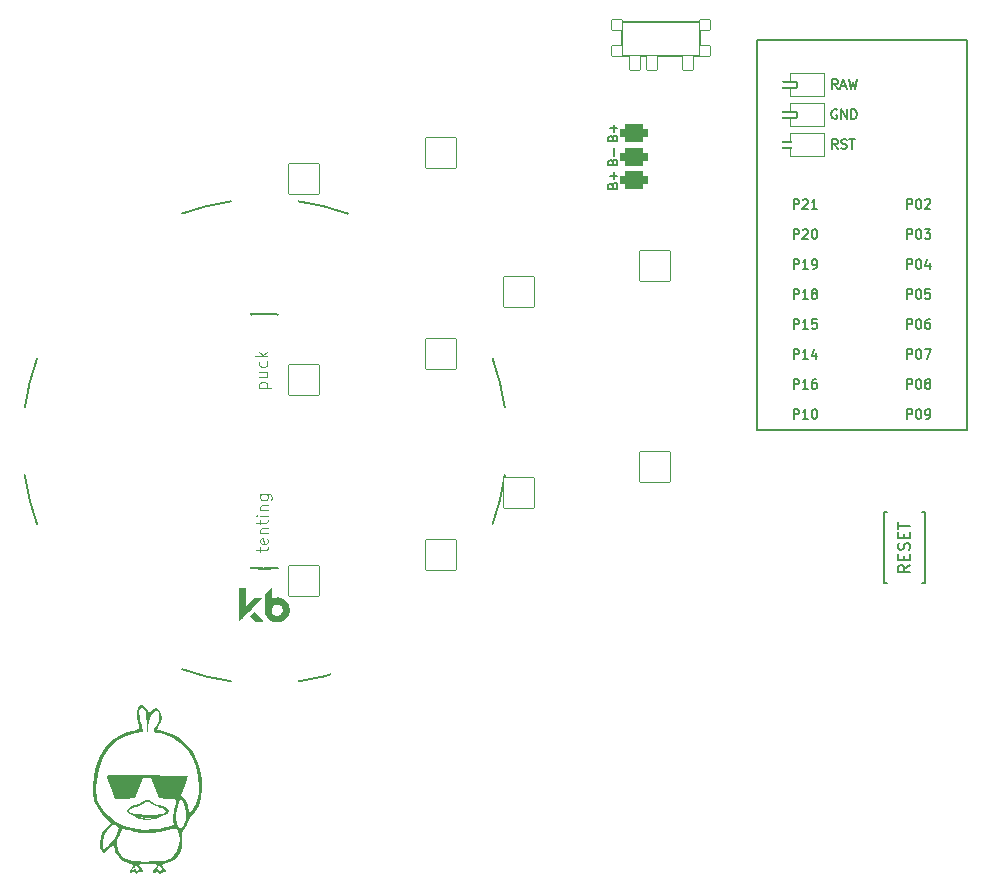
<source format=gto>
%TF.GenerationSoftware,KiCad,Pcbnew,(6.0.4)*%
%TF.CreationDate,2022-06-21T20:06:22+02:00*%
%TF.ProjectId,battoota,62617474-6f6f-4746-912e-6b696361645f,v1.0.0*%
%TF.SameCoordinates,Original*%
%TF.FileFunction,Legend,Top*%
%TF.FilePolarity,Positive*%
%FSLAX46Y46*%
G04 Gerber Fmt 4.6, Leading zero omitted, Abs format (unit mm)*
G04 Created by KiCad (PCBNEW (6.0.4)) date 2022-06-21 20:06:22*
%MOMM*%
%LPD*%
G01*
G04 APERTURE LIST*
G04 Aperture macros list*
%AMRoundRect*
0 Rectangle with rounded corners*
0 $1 Rounding radius*
0 $2 $3 $4 $5 $6 $7 $8 $9 X,Y pos of 4 corners*
0 Add a 4 corners polygon primitive as box body*
4,1,4,$2,$3,$4,$5,$6,$7,$8,$9,$2,$3,0*
0 Add four circle primitives for the rounded corners*
1,1,$1+$1,$2,$3*
1,1,$1+$1,$4,$5*
1,1,$1+$1,$6,$7*
1,1,$1+$1,$8,$9*
0 Add four rect primitives between the rounded corners*
20,1,$1+$1,$2,$3,$4,$5,0*
20,1,$1+$1,$4,$5,$6,$7,0*
20,1,$1+$1,$6,$7,$8,$9,0*
20,1,$1+$1,$8,$9,$2,$3,0*%
%AMFreePoly0*
4,1,16,0.535355,0.785355,0.550000,0.750000,0.550000,-0.750000,0.535355,-0.785355,0.500000,-0.800000,-0.650000,-0.800000,-0.685355,-0.785355,-0.700000,-0.750000,-0.691603,-0.722265,-0.210093,0.000000,-0.691603,0.722265,-0.699029,0.759806,-0.677735,0.791603,-0.650000,0.800000,0.500000,0.800000,0.535355,0.785355,0.535355,0.785355,$1*%
%AMFreePoly1*
4,1,16,0.535355,0.785355,0.541603,0.777735,1.041603,0.027735,1.049029,-0.009806,1.041603,-0.027735,0.541603,-0.777735,0.509806,-0.799029,0.500000,-0.800000,-0.500000,-0.800000,-0.535355,-0.785355,-0.550000,-0.750000,-0.550000,0.750000,-0.535355,0.785355,-0.500000,0.800000,0.500000,0.800000,0.535355,0.785355,0.535355,0.785355,$1*%
G04 Aperture macros list end*
%ADD10C,0.150000*%
%ADD11C,0.100000*%
%ADD12C,0.120000*%
%ADD13C,0.200000*%
%ADD14C,0.010000*%
%ADD15C,2.000000*%
%ADD16RoundRect,0.375000X-0.750000X0.375000X-0.750000X-0.375000X0.750000X-0.375000X0.750000X0.375000X0*%
%ADD17C,1.752600*%
%ADD18C,2.100000*%
%ADD19C,1.801800*%
%ADD20C,3.100000*%
%ADD21C,3.529000*%
%ADD22RoundRect,0.050000X-1.054507X-1.505993X1.505993X-1.054507X1.054507X1.505993X-1.505993X1.054507X0*%
%ADD23C,2.132000*%
%ADD24RoundRect,0.050000X-1.181751X-1.408356X1.408356X-1.181751X1.181751X1.408356X-1.408356X1.181751X0*%
%ADD25RoundRect,0.050000X-1.300000X-1.300000X1.300000X-1.300000X1.300000X1.300000X-1.300000X1.300000X0*%
%ADD26RoundRect,0.050000X-0.450000X-0.450000X0.450000X-0.450000X0.450000X0.450000X-0.450000X0.450000X0*%
%ADD27RoundRect,0.050000X-0.450000X-0.625000X0.450000X-0.625000X0.450000X0.625000X-0.450000X0.625000X0*%
%ADD28C,1.100000*%
%ADD29RoundRect,0.050000X-1.716367X-0.658851X0.658851X-1.716367X1.716367X0.658851X-0.658851X1.716367X0*%
%ADD30RoundRect,0.425000X-0.750000X0.375000X-0.750000X-0.375000X0.750000X-0.375000X0.750000X0.375000X0*%
%ADD31RoundRect,0.050000X-0.863113X-1.623279X1.623279X-0.863113X0.863113X1.623279X-1.623279X0.863113X0*%
%ADD32RoundRect,0.050000X-1.487360X-1.080630X1.080630X-1.487360X1.487360X1.080630X-1.080630X1.487360X0*%
%ADD33C,1.852600*%
%ADD34FreePoly0,180.000000*%
%ADD35RoundRect,0.050000X-0.762000X0.250000X-0.762000X-0.250000X0.762000X-0.250000X0.762000X0.250000X0*%
%ADD36FreePoly1,180.000000*%
%ADD37C,4.500000*%
G04 APERTURE END LIST*
D10*
%TO.C,B1*%
X158422171Y76170873D02*
X157945981Y75837539D01*
X158422171Y75599444D02*
X157422171Y75599444D01*
X157422171Y75980396D01*
X157469791Y76075634D01*
X157517410Y76123254D01*
X157612648Y76170873D01*
X157755505Y76170873D01*
X157850743Y76123254D01*
X157898362Y76075634D01*
X157945981Y75980396D01*
X157945981Y75599444D01*
X157898362Y76599444D02*
X157898362Y76932777D01*
X158422171Y77075634D02*
X158422171Y76599444D01*
X157422171Y76599444D01*
X157422171Y77075634D01*
X158374552Y77456587D02*
X158422171Y77599444D01*
X158422171Y77837539D01*
X158374552Y77932777D01*
X158326933Y77980396D01*
X158231695Y78028015D01*
X158136457Y78028015D01*
X158041219Y77980396D01*
X157993600Y77932777D01*
X157945981Y77837539D01*
X157898362Y77647063D01*
X157850743Y77551825D01*
X157803124Y77504206D01*
X157707886Y77456587D01*
X157612648Y77456587D01*
X157517410Y77504206D01*
X157469791Y77551825D01*
X157422171Y77647063D01*
X157422171Y77885158D01*
X157469791Y78028015D01*
X157898362Y78456587D02*
X157898362Y78789920D01*
X158422171Y78932777D02*
X158422171Y78456587D01*
X157422171Y78456587D01*
X157422171Y78932777D01*
X157422171Y79218492D02*
X157422171Y79789920D01*
X158422171Y79504206D02*
X157422171Y79504206D01*
%TO.C,PAD1*%
X133252648Y110300158D02*
X133290743Y110414444D01*
X133328838Y110452539D01*
X133405029Y110490634D01*
X133519314Y110490634D01*
X133595505Y110452539D01*
X133633600Y110414444D01*
X133671695Y110338254D01*
X133671695Y110033492D01*
X132871695Y110033492D01*
X132871695Y110300158D01*
X132909791Y110376349D01*
X132947886Y110414444D01*
X133024076Y110452539D01*
X133100267Y110452539D01*
X133176457Y110414444D01*
X133214552Y110376349D01*
X133252648Y110300158D01*
X133252648Y110033492D01*
X133366933Y110833492D02*
X133366933Y111443015D01*
X133252648Y112300158D02*
X133290743Y112414444D01*
X133328838Y112452539D01*
X133405029Y112490634D01*
X133519314Y112490634D01*
X133595505Y112452539D01*
X133633600Y112414444D01*
X133671695Y112338254D01*
X133671695Y112033492D01*
X132871695Y112033492D01*
X132871695Y112300158D01*
X132909791Y112376349D01*
X132947886Y112414444D01*
X133024076Y112452539D01*
X133100267Y112452539D01*
X133176457Y112414444D01*
X133214552Y112376349D01*
X133252648Y112300158D01*
X133252648Y112033492D01*
X133366933Y112833492D02*
X133366933Y113443015D01*
X133671695Y113138254D02*
X133062171Y113138254D01*
X133252648Y108300158D02*
X133290743Y108414444D01*
X133328838Y108452539D01*
X133405029Y108490634D01*
X133519314Y108490634D01*
X133595505Y108452539D01*
X133633600Y108414444D01*
X133671695Y108338254D01*
X133671695Y108033492D01*
X132871695Y108033492D01*
X132871695Y108300158D01*
X132909791Y108376349D01*
X132947886Y108414444D01*
X133024076Y108452539D01*
X133100267Y108452539D01*
X133176457Y108414444D01*
X133214552Y108376349D01*
X133252648Y108300158D01*
X133252648Y108033492D01*
X133366933Y108833492D02*
X133366933Y109443015D01*
X133671695Y109138254D02*
X133062171Y109138254D01*
%TO.C,MCU1*%
X158185784Y91080443D02*
X158185784Y91880443D01*
X158490546Y91880443D01*
X158566736Y91842348D01*
X158604832Y91804252D01*
X158642927Y91728062D01*
X158642927Y91613776D01*
X158604832Y91537586D01*
X158566736Y91499490D01*
X158490546Y91461395D01*
X158185784Y91461395D01*
X159138165Y91880443D02*
X159214355Y91880443D01*
X159290546Y91842348D01*
X159328641Y91804252D01*
X159366736Y91728062D01*
X159404832Y91575681D01*
X159404832Y91385205D01*
X159366736Y91232824D01*
X159328641Y91156633D01*
X159290546Y91118538D01*
X159214355Y91080443D01*
X159138165Y91080443D01*
X159061974Y91118538D01*
X159023879Y91156633D01*
X158985784Y91232824D01*
X158947689Y91385205D01*
X158947689Y91575681D01*
X158985784Y91728062D01*
X159023879Y91804252D01*
X159061974Y91842348D01*
X159138165Y91880443D01*
X159861974Y91537586D02*
X159785784Y91575681D01*
X159747689Y91613776D01*
X159709593Y91689967D01*
X159709593Y91728062D01*
X159747689Y91804252D01*
X159785784Y91842348D01*
X159861974Y91880443D01*
X160014355Y91880443D01*
X160090546Y91842348D01*
X160128641Y91804252D01*
X160166736Y91728062D01*
X160166736Y91689967D01*
X160128641Y91613776D01*
X160090546Y91575681D01*
X160014355Y91537586D01*
X159861974Y91537586D01*
X159785784Y91499490D01*
X159747689Y91461395D01*
X159709593Y91385205D01*
X159709593Y91232824D01*
X159747689Y91156633D01*
X159785784Y91118538D01*
X159861974Y91080443D01*
X160014355Y91080443D01*
X160090546Y91118538D01*
X160128641Y91156633D01*
X160166736Y91232824D01*
X160166736Y91385205D01*
X160128641Y91461395D01*
X160090546Y91499490D01*
X160014355Y91537586D01*
X148585784Y106320443D02*
X148585784Y107120443D01*
X148890546Y107120443D01*
X148966736Y107082348D01*
X149004832Y107044252D01*
X149042927Y106968062D01*
X149042927Y106853776D01*
X149004832Y106777586D01*
X148966736Y106739490D01*
X148890546Y106701395D01*
X148585784Y106701395D01*
X149347689Y107044252D02*
X149385784Y107082348D01*
X149461974Y107120443D01*
X149652451Y107120443D01*
X149728641Y107082348D01*
X149766736Y107044252D01*
X149804832Y106968062D01*
X149804832Y106891871D01*
X149766736Y106777586D01*
X149309593Y106320443D01*
X149804832Y106320443D01*
X150566736Y106320443D02*
X150109593Y106320443D01*
X150338165Y106320443D02*
X150338165Y107120443D01*
X150261974Y107006157D01*
X150185784Y106929967D01*
X150109593Y106891871D01*
X148585784Y93620443D02*
X148585784Y94420443D01*
X148890546Y94420443D01*
X148966736Y94382348D01*
X149004832Y94344252D01*
X149042927Y94268062D01*
X149042927Y94153776D01*
X149004832Y94077586D01*
X148966736Y94039490D01*
X148890546Y94001395D01*
X148585784Y94001395D01*
X149804832Y93620443D02*
X149347689Y93620443D01*
X149576260Y93620443D02*
X149576260Y94420443D01*
X149500070Y94306157D01*
X149423879Y94229967D01*
X149347689Y94191871D01*
X150490546Y94153776D02*
X150490546Y93620443D01*
X150300070Y94458538D02*
X150109593Y93887109D01*
X150604832Y93887109D01*
X148585784Y103780443D02*
X148585784Y104580443D01*
X148890546Y104580443D01*
X148966736Y104542348D01*
X149004832Y104504252D01*
X149042927Y104428062D01*
X149042927Y104313776D01*
X149004832Y104237586D01*
X148966736Y104199490D01*
X148890546Y104161395D01*
X148585784Y104161395D01*
X149347689Y104504252D02*
X149385784Y104542348D01*
X149461974Y104580443D01*
X149652451Y104580443D01*
X149728641Y104542348D01*
X149766736Y104504252D01*
X149804832Y104428062D01*
X149804832Y104351871D01*
X149766736Y104237586D01*
X149309593Y103780443D01*
X149804832Y103780443D01*
X150300070Y104580443D02*
X150376260Y104580443D01*
X150452451Y104542348D01*
X150490546Y104504252D01*
X150528641Y104428062D01*
X150566736Y104275681D01*
X150566736Y104085205D01*
X150528641Y103932824D01*
X150490546Y103856633D01*
X150452451Y103818538D01*
X150376260Y103780443D01*
X150300070Y103780443D01*
X150223879Y103818538D01*
X150185784Y103856633D01*
X150147689Y103932824D01*
X150109593Y104085205D01*
X150109593Y104275681D01*
X150147689Y104428062D01*
X150185784Y104504252D01*
X150223879Y104542348D01*
X150300070Y104580443D01*
X152305594Y111400443D02*
X152038928Y111781395D01*
X151848451Y111400443D02*
X151848451Y112200443D01*
X152153213Y112200443D01*
X152229404Y112162348D01*
X152267499Y112124252D01*
X152305594Y112048062D01*
X152305594Y111933776D01*
X152267499Y111857586D01*
X152229404Y111819490D01*
X152153213Y111781395D01*
X151848451Y111781395D01*
X152610356Y111438538D02*
X152724642Y111400443D01*
X152915118Y111400443D01*
X152991309Y111438538D01*
X153029404Y111476633D01*
X153067499Y111552824D01*
X153067499Y111629014D01*
X153029404Y111705205D01*
X152991309Y111743300D01*
X152915118Y111781395D01*
X152762737Y111819490D01*
X152686547Y111857586D01*
X152648451Y111895681D01*
X152610356Y111971871D01*
X152610356Y112048062D01*
X152648451Y112124252D01*
X152686547Y112162348D01*
X152762737Y112200443D01*
X152953213Y112200443D01*
X153067499Y112162348D01*
X153296070Y112200443D02*
X153753213Y112200443D01*
X153524642Y111400443D02*
X153524642Y112200443D01*
X158185784Y88540443D02*
X158185784Y89340443D01*
X158490546Y89340443D01*
X158566736Y89302348D01*
X158604832Y89264252D01*
X158642927Y89188062D01*
X158642927Y89073776D01*
X158604832Y88997586D01*
X158566736Y88959490D01*
X158490546Y88921395D01*
X158185784Y88921395D01*
X159138165Y89340443D02*
X159214355Y89340443D01*
X159290546Y89302348D01*
X159328641Y89264252D01*
X159366736Y89188062D01*
X159404832Y89035681D01*
X159404832Y88845205D01*
X159366736Y88692824D01*
X159328641Y88616633D01*
X159290546Y88578538D01*
X159214355Y88540443D01*
X159138165Y88540443D01*
X159061974Y88578538D01*
X159023879Y88616633D01*
X158985784Y88692824D01*
X158947689Y88845205D01*
X158947689Y89035681D01*
X158985784Y89188062D01*
X159023879Y89264252D01*
X159061974Y89302348D01*
X159138165Y89340443D01*
X159785784Y88540443D02*
X159938165Y88540443D01*
X160014355Y88578538D01*
X160052451Y88616633D01*
X160128641Y88730919D01*
X160166736Y88883300D01*
X160166736Y89188062D01*
X160128641Y89264252D01*
X160090546Y89302348D01*
X160014355Y89340443D01*
X159861974Y89340443D01*
X159785784Y89302348D01*
X159747689Y89264252D01*
X159709593Y89188062D01*
X159709593Y88997586D01*
X159747689Y88921395D01*
X159785784Y88883300D01*
X159861974Y88845205D01*
X160014355Y88845205D01*
X160090546Y88883300D01*
X160128641Y88921395D01*
X160166736Y88997586D01*
X148585784Y91080443D02*
X148585784Y91880443D01*
X148890546Y91880443D01*
X148966736Y91842348D01*
X149004832Y91804252D01*
X149042927Y91728062D01*
X149042927Y91613776D01*
X149004832Y91537586D01*
X148966736Y91499490D01*
X148890546Y91461395D01*
X148585784Y91461395D01*
X149804832Y91080443D02*
X149347689Y91080443D01*
X149576260Y91080443D02*
X149576260Y91880443D01*
X149500070Y91766157D01*
X149423879Y91689967D01*
X149347689Y91651871D01*
X150490546Y91880443D02*
X150338165Y91880443D01*
X150261974Y91842348D01*
X150223879Y91804252D01*
X150147689Y91689967D01*
X150109593Y91537586D01*
X150109593Y91232824D01*
X150147689Y91156633D01*
X150185784Y91118538D01*
X150261974Y91080443D01*
X150414355Y91080443D01*
X150490546Y91118538D01*
X150528641Y91156633D01*
X150566736Y91232824D01*
X150566736Y91423300D01*
X150528641Y91499490D01*
X150490546Y91537586D01*
X150414355Y91575681D01*
X150261974Y91575681D01*
X150185784Y91537586D01*
X150147689Y91499490D01*
X150109593Y91423300D01*
X152305595Y116480443D02*
X152038928Y116861395D01*
X151848452Y116480443D02*
X151848452Y117280443D01*
X152153214Y117280443D01*
X152229404Y117242348D01*
X152267499Y117204252D01*
X152305595Y117128062D01*
X152305595Y117013776D01*
X152267499Y116937586D01*
X152229404Y116899490D01*
X152153214Y116861395D01*
X151848452Y116861395D01*
X152610356Y116709014D02*
X152991309Y116709014D01*
X152534166Y116480443D02*
X152800833Y117280443D01*
X153067499Y116480443D01*
X153257976Y117280443D02*
X153448452Y116480443D01*
X153600833Y117051871D01*
X153753214Y116480443D01*
X153943690Y117280443D01*
X158185784Y106320443D02*
X158185784Y107120443D01*
X158490546Y107120443D01*
X158566736Y107082348D01*
X158604832Y107044252D01*
X158642927Y106968062D01*
X158642927Y106853776D01*
X158604832Y106777586D01*
X158566736Y106739490D01*
X158490546Y106701395D01*
X158185784Y106701395D01*
X159138165Y107120443D02*
X159214355Y107120443D01*
X159290546Y107082348D01*
X159328641Y107044252D01*
X159366736Y106968062D01*
X159404832Y106815681D01*
X159404832Y106625205D01*
X159366736Y106472824D01*
X159328641Y106396633D01*
X159290546Y106358538D01*
X159214355Y106320443D01*
X159138165Y106320443D01*
X159061974Y106358538D01*
X159023879Y106396633D01*
X158985784Y106472824D01*
X158947689Y106625205D01*
X158947689Y106815681D01*
X158985784Y106968062D01*
X159023879Y107044252D01*
X159061974Y107082348D01*
X159138165Y107120443D01*
X159709593Y107044252D02*
X159747689Y107082348D01*
X159823879Y107120443D01*
X160014355Y107120443D01*
X160090546Y107082348D01*
X160128641Y107044252D01*
X160166736Y106968062D01*
X160166736Y106891871D01*
X160128641Y106777586D01*
X159671498Y106320443D01*
X160166736Y106320443D01*
X148585784Y98700443D02*
X148585784Y99500443D01*
X148890546Y99500443D01*
X148966736Y99462348D01*
X149004832Y99424252D01*
X149042927Y99348062D01*
X149042927Y99233776D01*
X149004832Y99157586D01*
X148966736Y99119490D01*
X148890546Y99081395D01*
X148585784Y99081395D01*
X149804832Y98700443D02*
X149347689Y98700443D01*
X149576260Y98700443D02*
X149576260Y99500443D01*
X149500070Y99386157D01*
X149423879Y99309967D01*
X149347689Y99271871D01*
X150261974Y99157586D02*
X150185784Y99195681D01*
X150147689Y99233776D01*
X150109593Y99309967D01*
X150109593Y99348062D01*
X150147689Y99424252D01*
X150185784Y99462348D01*
X150261974Y99500443D01*
X150414355Y99500443D01*
X150490546Y99462348D01*
X150528641Y99424252D01*
X150566736Y99348062D01*
X150566736Y99309967D01*
X150528641Y99233776D01*
X150490546Y99195681D01*
X150414355Y99157586D01*
X150261974Y99157586D01*
X150185784Y99119490D01*
X150147689Y99081395D01*
X150109593Y99005205D01*
X150109593Y98852824D01*
X150147689Y98776633D01*
X150185784Y98738538D01*
X150261974Y98700443D01*
X150414355Y98700443D01*
X150490546Y98738538D01*
X150528641Y98776633D01*
X150566736Y98852824D01*
X150566736Y99005205D01*
X150528641Y99081395D01*
X150490546Y99119490D01*
X150414355Y99157586D01*
X148585784Y88540443D02*
X148585784Y89340443D01*
X148890546Y89340443D01*
X148966736Y89302348D01*
X149004832Y89264252D01*
X149042927Y89188062D01*
X149042927Y89073776D01*
X149004832Y88997586D01*
X148966736Y88959490D01*
X148890546Y88921395D01*
X148585784Y88921395D01*
X149804832Y88540443D02*
X149347689Y88540443D01*
X149576260Y88540443D02*
X149576260Y89340443D01*
X149500070Y89226157D01*
X149423879Y89149967D01*
X149347689Y89111871D01*
X150300070Y89340443D02*
X150376260Y89340443D01*
X150452451Y89302348D01*
X150490546Y89264252D01*
X150528641Y89188062D01*
X150566736Y89035681D01*
X150566736Y88845205D01*
X150528641Y88692824D01*
X150490546Y88616633D01*
X150452451Y88578538D01*
X150376260Y88540443D01*
X150300070Y88540443D01*
X150223879Y88578538D01*
X150185784Y88616633D01*
X150147689Y88692824D01*
X150109593Y88845205D01*
X150109593Y89035681D01*
X150147689Y89188062D01*
X150185784Y89264252D01*
X150223879Y89302348D01*
X150300070Y89340443D01*
X158185784Y103780443D02*
X158185784Y104580443D01*
X158490546Y104580443D01*
X158566736Y104542348D01*
X158604832Y104504252D01*
X158642927Y104428062D01*
X158642927Y104313776D01*
X158604832Y104237586D01*
X158566736Y104199490D01*
X158490546Y104161395D01*
X158185784Y104161395D01*
X159138165Y104580443D02*
X159214355Y104580443D01*
X159290546Y104542348D01*
X159328641Y104504252D01*
X159366736Y104428062D01*
X159404832Y104275681D01*
X159404832Y104085205D01*
X159366736Y103932824D01*
X159328641Y103856633D01*
X159290546Y103818538D01*
X159214355Y103780443D01*
X159138165Y103780443D01*
X159061974Y103818538D01*
X159023879Y103856633D01*
X158985784Y103932824D01*
X158947689Y104085205D01*
X158947689Y104275681D01*
X158985784Y104428062D01*
X159023879Y104504252D01*
X159061974Y104542348D01*
X159138165Y104580443D01*
X159671498Y104580443D02*
X160166736Y104580443D01*
X159900070Y104275681D01*
X160014355Y104275681D01*
X160090546Y104237586D01*
X160128641Y104199490D01*
X160166736Y104123300D01*
X160166736Y103932824D01*
X160128641Y103856633D01*
X160090546Y103818538D01*
X160014355Y103780443D01*
X159785784Y103780443D01*
X159709593Y103818538D01*
X159671498Y103856633D01*
X158185784Y93620443D02*
X158185784Y94420443D01*
X158490546Y94420443D01*
X158566736Y94382348D01*
X158604832Y94344252D01*
X158642927Y94268062D01*
X158642927Y94153776D01*
X158604832Y94077586D01*
X158566736Y94039490D01*
X158490546Y94001395D01*
X158185784Y94001395D01*
X159138165Y94420443D02*
X159214355Y94420443D01*
X159290546Y94382348D01*
X159328641Y94344252D01*
X159366736Y94268062D01*
X159404832Y94115681D01*
X159404832Y93925205D01*
X159366736Y93772824D01*
X159328641Y93696633D01*
X159290546Y93658538D01*
X159214355Y93620443D01*
X159138165Y93620443D01*
X159061974Y93658538D01*
X159023879Y93696633D01*
X158985784Y93772824D01*
X158947689Y93925205D01*
X158947689Y94115681D01*
X158985784Y94268062D01*
X159023879Y94344252D01*
X159061974Y94382348D01*
X159138165Y94420443D01*
X159671498Y94420443D02*
X160204832Y94420443D01*
X159861974Y93620443D01*
X148585784Y101240443D02*
X148585784Y102040443D01*
X148890546Y102040443D01*
X148966736Y102002348D01*
X149004832Y101964252D01*
X149042927Y101888062D01*
X149042927Y101773776D01*
X149004832Y101697586D01*
X148966736Y101659490D01*
X148890546Y101621395D01*
X148585784Y101621395D01*
X149804832Y101240443D02*
X149347689Y101240443D01*
X149576260Y101240443D02*
X149576260Y102040443D01*
X149500070Y101926157D01*
X149423879Y101849967D01*
X149347689Y101811871D01*
X150185784Y101240443D02*
X150338165Y101240443D01*
X150414355Y101278538D01*
X150452451Y101316633D01*
X150528641Y101430919D01*
X150566736Y101583300D01*
X150566736Y101888062D01*
X150528641Y101964252D01*
X150490546Y102002348D01*
X150414355Y102040443D01*
X150261974Y102040443D01*
X150185784Y102002348D01*
X150147689Y101964252D01*
X150109593Y101888062D01*
X150109593Y101697586D01*
X150147689Y101621395D01*
X150185784Y101583300D01*
X150261974Y101545205D01*
X150414355Y101545205D01*
X150490546Y101583300D01*
X150528641Y101621395D01*
X150566736Y101697586D01*
X152248452Y114702348D02*
X152172261Y114740443D01*
X152057976Y114740443D01*
X151943690Y114702348D01*
X151867499Y114626157D01*
X151829404Y114549967D01*
X151791309Y114397586D01*
X151791309Y114283300D01*
X151829404Y114130919D01*
X151867499Y114054728D01*
X151943690Y113978538D01*
X152057976Y113940443D01*
X152134166Y113940443D01*
X152248452Y113978538D01*
X152286547Y114016633D01*
X152286547Y114283300D01*
X152134166Y114283300D01*
X152629404Y113940443D02*
X152629404Y114740443D01*
X153086547Y113940443D01*
X153086547Y114740443D01*
X153467499Y113940443D02*
X153467499Y114740443D01*
X153657976Y114740443D01*
X153772261Y114702348D01*
X153848452Y114626157D01*
X153886547Y114549967D01*
X153924642Y114397586D01*
X153924642Y114283300D01*
X153886547Y114130919D01*
X153848452Y114054728D01*
X153772261Y113978538D01*
X153657976Y113940443D01*
X153467499Y113940443D01*
X158185784Y101240443D02*
X158185784Y102040443D01*
X158490546Y102040443D01*
X158566736Y102002348D01*
X158604832Y101964252D01*
X158642927Y101888062D01*
X158642927Y101773776D01*
X158604832Y101697586D01*
X158566736Y101659490D01*
X158490546Y101621395D01*
X158185784Y101621395D01*
X159138165Y102040443D02*
X159214355Y102040443D01*
X159290546Y102002348D01*
X159328641Y101964252D01*
X159366736Y101888062D01*
X159404832Y101735681D01*
X159404832Y101545205D01*
X159366736Y101392824D01*
X159328641Y101316633D01*
X159290546Y101278538D01*
X159214355Y101240443D01*
X159138165Y101240443D01*
X159061974Y101278538D01*
X159023879Y101316633D01*
X158985784Y101392824D01*
X158947689Y101545205D01*
X158947689Y101735681D01*
X158985784Y101888062D01*
X159023879Y101964252D01*
X159061974Y102002348D01*
X159138165Y102040443D01*
X160090546Y101773776D02*
X160090546Y101240443D01*
X159900070Y102078538D02*
X159709593Y101507109D01*
X160204832Y101507109D01*
X158185784Y98700443D02*
X158185784Y99500443D01*
X158490546Y99500443D01*
X158566736Y99462348D01*
X158604832Y99424252D01*
X158642927Y99348062D01*
X158642927Y99233776D01*
X158604832Y99157586D01*
X158566736Y99119490D01*
X158490546Y99081395D01*
X158185784Y99081395D01*
X159138165Y99500443D02*
X159214355Y99500443D01*
X159290546Y99462348D01*
X159328641Y99424252D01*
X159366736Y99348062D01*
X159404832Y99195681D01*
X159404832Y99005205D01*
X159366736Y98852824D01*
X159328641Y98776633D01*
X159290546Y98738538D01*
X159214355Y98700443D01*
X159138165Y98700443D01*
X159061974Y98738538D01*
X159023879Y98776633D01*
X158985784Y98852824D01*
X158947689Y99005205D01*
X158947689Y99195681D01*
X158985784Y99348062D01*
X159023879Y99424252D01*
X159061974Y99462348D01*
X159138165Y99500443D01*
X160128641Y99500443D02*
X159747689Y99500443D01*
X159709593Y99119490D01*
X159747689Y99157586D01*
X159823879Y99195681D01*
X160014355Y99195681D01*
X160090546Y99157586D01*
X160128641Y99119490D01*
X160166736Y99043300D01*
X160166736Y98852824D01*
X160128641Y98776633D01*
X160090546Y98738538D01*
X160014355Y98700443D01*
X159823879Y98700443D01*
X159747689Y98738538D01*
X159709593Y98776633D01*
X148585784Y96160443D02*
X148585784Y96960443D01*
X148890546Y96960443D01*
X148966736Y96922348D01*
X149004832Y96884252D01*
X149042927Y96808062D01*
X149042927Y96693776D01*
X149004832Y96617586D01*
X148966736Y96579490D01*
X148890546Y96541395D01*
X148585784Y96541395D01*
X149804832Y96160443D02*
X149347689Y96160443D01*
X149576260Y96160443D02*
X149576260Y96960443D01*
X149500070Y96846157D01*
X149423879Y96769967D01*
X149347689Y96731871D01*
X150528641Y96960443D02*
X150147689Y96960443D01*
X150109593Y96579490D01*
X150147689Y96617586D01*
X150223879Y96655681D01*
X150414355Y96655681D01*
X150490546Y96617586D01*
X150528641Y96579490D01*
X150566736Y96503300D01*
X150566736Y96312824D01*
X150528641Y96236633D01*
X150490546Y96198538D01*
X150414355Y96160443D01*
X150223879Y96160443D01*
X150147689Y96198538D01*
X150109593Y96236633D01*
X158185784Y96160443D02*
X158185784Y96960443D01*
X158490546Y96960443D01*
X158566736Y96922348D01*
X158604832Y96884252D01*
X158642927Y96808062D01*
X158642927Y96693776D01*
X158604832Y96617586D01*
X158566736Y96579490D01*
X158490546Y96541395D01*
X158185784Y96541395D01*
X159138165Y96960443D02*
X159214355Y96960443D01*
X159290546Y96922348D01*
X159328641Y96884252D01*
X159366736Y96808062D01*
X159404832Y96655681D01*
X159404832Y96465205D01*
X159366736Y96312824D01*
X159328641Y96236633D01*
X159290546Y96198538D01*
X159214355Y96160443D01*
X159138165Y96160443D01*
X159061974Y96198538D01*
X159023879Y96236633D01*
X158985784Y96312824D01*
X158947689Y96465205D01*
X158947689Y96655681D01*
X158985784Y96808062D01*
X159023879Y96884252D01*
X159061974Y96922348D01*
X159138165Y96960443D01*
X160090546Y96960443D02*
X159938165Y96960443D01*
X159861974Y96922348D01*
X159823879Y96884252D01*
X159747689Y96769967D01*
X159709593Y96617586D01*
X159709593Y96312824D01*
X159747689Y96236633D01*
X159785784Y96198538D01*
X159861974Y96160443D01*
X160014355Y96160443D01*
X160090546Y96198538D01*
X160128641Y96236633D01*
X160166736Y96312824D01*
X160166736Y96503300D01*
X160128641Y96579490D01*
X160090546Y96617586D01*
X160014355Y96655681D01*
X159861974Y96655681D01*
X159785784Y96617586D01*
X159747689Y96579490D01*
X159709593Y96503300D01*
D11*
%TO.C,REF\u002A\u002A*%
X103406138Y77282254D02*
X103406138Y77663206D01*
X103072804Y77425111D02*
X103929947Y77425111D01*
X104025185Y77472730D01*
X104072804Y77567968D01*
X104072804Y77663206D01*
X104025185Y78377492D02*
X104072804Y78282254D01*
X104072804Y78091777D01*
X104025185Y77996539D01*
X103929947Y77948920D01*
X103548995Y77948920D01*
X103453757Y77996539D01*
X103406138Y78091777D01*
X103406138Y78282254D01*
X103453757Y78377492D01*
X103548995Y78425111D01*
X103644233Y78425111D01*
X103739471Y77948920D01*
X103406138Y78853682D02*
X104072804Y78853682D01*
X103501376Y78853682D02*
X103453757Y78901301D01*
X103406138Y78996539D01*
X103406138Y79139396D01*
X103453757Y79234634D01*
X103548995Y79282254D01*
X104072804Y79282254D01*
X103406138Y79615587D02*
X103406138Y79996539D01*
X103072804Y79758444D02*
X103929947Y79758444D01*
X104025185Y79806063D01*
X104072804Y79901301D01*
X104072804Y79996539D01*
X104072804Y80329873D02*
X103406138Y80329873D01*
X103072804Y80329873D02*
X103120424Y80282254D01*
X103168043Y80329873D01*
X103120424Y80377492D01*
X103072804Y80329873D01*
X103168043Y80329873D01*
X103406138Y80806063D02*
X104072804Y80806063D01*
X103501376Y80806063D02*
X103453757Y80853682D01*
X103406138Y80948920D01*
X103406138Y81091777D01*
X103453757Y81187015D01*
X103548995Y81234634D01*
X104072804Y81234634D01*
X103406138Y82139396D02*
X104215662Y82139396D01*
X104310900Y82091777D01*
X104358519Y82044158D01*
X104406138Y81948920D01*
X104406138Y81806063D01*
X104358519Y81710825D01*
X104025185Y82139396D02*
X104072804Y82044158D01*
X104072804Y81853682D01*
X104025185Y81758444D01*
X103977566Y81710825D01*
X103882328Y81663206D01*
X103596614Y81663206D01*
X103501376Y81710825D01*
X103453757Y81758444D01*
X103406138Y81853682D01*
X103406138Y82044158D01*
X103453757Y82139396D01*
X103342638Y91172754D02*
X104342638Y91172754D01*
X103390257Y91172754D02*
X103342638Y91267992D01*
X103342638Y91458468D01*
X103390257Y91553706D01*
X103437876Y91601325D01*
X103533114Y91648944D01*
X103818828Y91648944D01*
X103914066Y91601325D01*
X103961685Y91553706D01*
X104009304Y91458468D01*
X104009304Y91267992D01*
X103961685Y91172754D01*
X103342638Y92506087D02*
X104009304Y92506087D01*
X103342638Y92077515D02*
X103866447Y92077515D01*
X103961685Y92125134D01*
X104009304Y92220373D01*
X104009304Y92363230D01*
X103961685Y92458468D01*
X103914066Y92506087D01*
X103961685Y93410849D02*
X104009304Y93315611D01*
X104009304Y93125134D01*
X103961685Y93029896D01*
X103914066Y92982277D01*
X103818828Y92934658D01*
X103533114Y92934658D01*
X103437876Y92982277D01*
X103390257Y93029896D01*
X103342638Y93125134D01*
X103342638Y93315611D01*
X103390257Y93410849D01*
X104009304Y93839420D02*
X103009304Y93839420D01*
X103628352Y93934658D02*
X104009304Y94220373D01*
X103342638Y94220373D02*
X103723590Y93839420D01*
D10*
%TO.C,B1*%
X156219791Y74623254D02*
X156219791Y80623254D01*
X159719791Y74623254D02*
X159719791Y80623254D01*
X156219791Y80623254D02*
X156469791Y80623254D01*
X159719791Y74623254D02*
X159469791Y74623254D01*
X159719791Y80623254D02*
X159469791Y80623254D01*
X156219791Y74623254D02*
X156469791Y74623254D01*
%TO.C,T1*%
X134068406Y122101838D02*
X134068406Y119251838D01*
X139318406Y122101838D02*
X135418406Y122101838D01*
X134068406Y119251838D02*
X140668406Y119251838D01*
X137368406Y122101838D02*
X140668406Y122101838D01*
X140668406Y119251838D02*
X140668406Y122101838D01*
X137368406Y122101838D02*
X134068406Y122101838D01*
%TO.C,G\u002A\u002A\u002A*%
G36*
X92883978Y54811439D02*
G01*
X92740255Y54880814D01*
X92407058Y55056231D01*
X92211599Y55193916D01*
X92131416Y55310999D01*
X92130646Y55316839D01*
X92306885Y55316839D01*
X92323310Y55295956D01*
X92503738Y55201096D01*
X92814003Y55123189D01*
X93215242Y55064583D01*
X93668589Y55027628D01*
X94135180Y55014670D01*
X94576151Y55028060D01*
X94952637Y55070144D01*
X95174422Y55123679D01*
X95401772Y55233273D01*
X95460472Y55348492D01*
X95351061Y55468035D01*
X95074080Y55590598D01*
X94966078Y55625429D01*
X94664565Y55735323D01*
X94407590Y55860367D01*
X94283288Y55946404D01*
X94021677Y56093383D01*
X93736622Y56076183D01*
X93509613Y55948664D01*
X93306784Y55830100D01*
X93019752Y55709005D01*
X92844401Y55651219D01*
X92514387Y55534275D01*
X92332107Y55420696D01*
X92306885Y55316839D01*
X92130646Y55316839D01*
X92126422Y55348860D01*
X92205522Y55535943D01*
X92420663Y55696920D01*
X92738600Y55809825D01*
X92858300Y55832470D01*
X93154436Y55920791D01*
X93435028Y56068739D01*
X93454272Y56082600D01*
X93752550Y56247693D01*
X94019947Y56257391D01*
X94293936Y56111220D01*
X94343195Y56071400D01*
X94555160Y55931295D01*
X94751676Y55860051D01*
X94778751Y55857874D01*
X94966352Y55822347D01*
X95222502Y55735067D01*
X95328663Y55689960D01*
X95559074Y55566867D01*
X95659234Y55452976D01*
X95667330Y55340633D01*
X95591473Y55163612D01*
X95513088Y55091950D01*
X95111759Y54891462D01*
X94805697Y54759395D01*
X94543443Y54679643D01*
X94273536Y54636100D01*
X93989088Y54614958D01*
X93653008Y54603783D01*
X93402897Y54622991D01*
X93169604Y54687303D01*
X93109985Y54713214D01*
X93673799Y54713214D01*
X93780173Y54699930D01*
X93904422Y54697460D01*
X94087543Y54704065D01*
X94137812Y54720951D01*
X94094922Y54734152D01*
X93848204Y54748159D01*
X93713922Y54734152D01*
X93673799Y54713214D01*
X93109985Y54713214D01*
X92957906Y54779309D01*
X93263810Y54779309D01*
X93347033Y54765751D01*
X93456847Y54781317D01*
X93458158Y54810219D01*
X93344841Y54830431D01*
X93295880Y54816903D01*
X93263810Y54779309D01*
X92957906Y54779309D01*
X92883978Y54811439D01*
G37*
G36*
X94497088Y50503045D02*
G01*
X94643295Y50652401D01*
X94666692Y50756195D01*
X94555768Y50821445D01*
X94299012Y50855169D01*
X93904422Y50864400D01*
X93568863Y50857043D01*
X93308698Y50837338D01*
X93161697Y50808830D01*
X93142422Y50792855D01*
X93199034Y50688346D01*
X93311755Y50568066D01*
X93447142Y50400898D01*
X93476988Y50265739D01*
X93400694Y50201812D01*
X93317223Y50210169D01*
X93160615Y50195335D01*
X93108213Y50135377D01*
X93006711Y50026556D01*
X92885968Y50061683D01*
X92834968Y50143183D01*
X92754841Y50223695D01*
X92631524Y50185516D01*
X92462694Y50111812D01*
X92392654Y50148018D01*
X92380422Y50271016D01*
X92421728Y50379808D01*
X92582791Y50379808D01*
X92677340Y50385158D01*
X92749034Y50430786D01*
X92849174Y50473905D01*
X92916959Y50373574D01*
X92929388Y50337018D01*
X92980358Y50214712D01*
X93017398Y50247358D01*
X93029700Y50288207D01*
X93124266Y50392124D01*
X93211226Y50386159D01*
X93282980Y50379386D01*
X93221385Y50454321D01*
X93173785Y50496685D01*
X93022640Y50657352D01*
X92947636Y50779733D01*
X92909598Y50852446D01*
X92895106Y50761545D01*
X92821498Y50610467D01*
X92711837Y50521852D01*
X92594181Y50433079D01*
X92582791Y50379808D01*
X92421728Y50379808D01*
X92447013Y50446405D01*
X92549755Y50545382D01*
X92693986Y50671444D01*
X92682018Y50778173D01*
X92509132Y50871978D01*
X92258894Y50940441D01*
X91805541Y51124714D01*
X91433524Y51442555D01*
X91170096Y51867066D01*
X91092709Y52091419D01*
X90991439Y52470057D01*
X90775764Y52332967D01*
X90561682Y52165937D01*
X90369908Y51974638D01*
X90179727Y51753400D01*
X90000313Y51965066D01*
X89869742Y52239974D01*
X89848473Y52501801D01*
X90095204Y52501801D01*
X90102772Y52276291D01*
X90139765Y52147704D01*
X90163941Y52134400D01*
X90256374Y52188909D01*
X90430173Y52331426D01*
X90603135Y52489954D01*
X91293284Y52489954D01*
X91375226Y52110208D01*
X91476501Y51873648D01*
X91654061Y51601911D01*
X91877885Y51393116D01*
X92168936Y51241165D01*
X92548174Y51139962D01*
X93036561Y51083409D01*
X93655058Y51065408D01*
X94226220Y51073792D01*
X94708800Y51090617D01*
X95060360Y51114249D01*
X95319209Y51150426D01*
X95523658Y51204883D01*
X95712015Y51283357D01*
X95750220Y51301989D01*
X96123921Y51577407D01*
X96396496Y51966219D01*
X96555900Y52437813D01*
X96590089Y52961576D01*
X96540529Y53310769D01*
X96455508Y53618649D01*
X96347306Y53796201D01*
X96181045Y53859979D01*
X95921846Y53826536D01*
X95630184Y53742813D01*
X94953530Y53587774D01*
X94197082Y53510253D01*
X93433171Y53513392D01*
X92734127Y53600336D01*
X92668971Y53614115D01*
X92335075Y53693216D01*
X92053420Y53769503D01*
X91875159Y53828891D01*
X91854808Y53838335D01*
X91752825Y53860391D01*
X91681082Y53771888D01*
X91623707Y53593361D01*
X91533656Y53336287D01*
X91426116Y53126554D01*
X91411179Y53105450D01*
X91304319Y52839623D01*
X91293284Y52489954D01*
X90603135Y52489954D01*
X90635426Y52519550D01*
X90866152Y52778902D01*
X91090809Y53095367D01*
X91281265Y53421544D01*
X91409387Y53710034D01*
X91448261Y53889059D01*
X91380701Y53995723D01*
X91215710Y54113267D01*
X91203142Y54119902D01*
X91054781Y54186990D01*
X90944970Y54184016D01*
X90822020Y54091411D01*
X90654733Y53912295D01*
X90448858Y53651510D01*
X90275909Y53376808D01*
X90223346Y53268946D01*
X90158061Y53047223D01*
X90114491Y52775143D01*
X90095204Y52501801D01*
X89848473Y52501801D01*
X89840202Y52603612D01*
X89902370Y53016274D01*
X90046922Y53438258D01*
X90264536Y53829856D01*
X90504870Y54113825D01*
X90761494Y54357583D01*
X90302999Y54776621D01*
X89826443Y55321596D01*
X89567296Y55759042D01*
X89447141Y56012240D01*
X89368080Y56220018D01*
X89321752Y56429518D01*
X89299794Y56687883D01*
X89293841Y57042258D01*
X89294371Y57297579D01*
X89297495Y57341400D01*
X89553696Y57341400D01*
X89557400Y56928222D01*
X89578822Y56628157D01*
X89627684Y56385171D01*
X89713705Y56143232D01*
X89792844Y55962855D01*
X90136304Y55401988D01*
X90621028Y54892268D01*
X91222119Y54452211D01*
X91914683Y54100333D01*
X92603812Y53872265D01*
X93082786Y53794861D01*
X93663314Y53766986D01*
X94285788Y53786196D01*
X94890603Y53850046D01*
X95418152Y53956093D01*
X95543239Y53992802D01*
X96123723Y54178753D01*
X96070295Y54617077D01*
X96079465Y55080285D01*
X96325881Y55080285D01*
X96327710Y54677744D01*
X96375168Y54316992D01*
X96467775Y54056944D01*
X96475134Y54045253D01*
X96628143Y53811733D01*
X96826284Y53997877D01*
X96966130Y54193782D01*
X97086957Y54469968D01*
X97121864Y54590190D01*
X97176721Y55146150D01*
X97084261Y55689335D01*
X96907681Y56083336D01*
X96784247Y56274447D01*
X96713207Y56333717D01*
X96666647Y56278387D01*
X96652846Y56240733D01*
X96579443Y56050036D01*
X96475242Y55806585D01*
X96461032Y55775066D01*
X96370162Y55465698D01*
X96325881Y55080285D01*
X96079465Y55080285D01*
X96082096Y55213210D01*
X96150582Y55521066D01*
X96262396Y55901980D01*
X96322245Y56147438D01*
X96311960Y56287910D01*
X96213374Y56353867D01*
X96008320Y56375778D01*
X95678630Y56384113D01*
X95635186Y56385469D01*
X94892188Y56410066D01*
X94545362Y57256733D01*
X94198535Y58103400D01*
X93537991Y58103400D01*
X92844243Y56410066D01*
X91992187Y56386102D01*
X91140130Y56362137D01*
X90785489Y57302541D01*
X90651479Y57677144D01*
X90550559Y57997120D01*
X90492705Y58227962D01*
X90487272Y58334241D01*
X90565612Y58358671D01*
X90770969Y58376347D01*
X91110443Y58387339D01*
X91591135Y58391713D01*
X92220147Y58389538D01*
X93004578Y58380882D01*
X93892620Y58366851D01*
X94628610Y58353119D01*
X95310377Y58338793D01*
X95919653Y58324376D01*
X96438166Y58310372D01*
X96847646Y58297287D01*
X97129824Y58285624D01*
X97266428Y58275889D01*
X97276286Y58273424D01*
X97264632Y58184166D01*
X97205275Y57971704D01*
X97108818Y57671815D01*
X97032008Y57449106D01*
X96752989Y56659530D01*
X96977731Y56434787D01*
X97139512Y56205119D01*
X97287131Y55877216D01*
X97345176Y55696772D01*
X97487878Y55183498D01*
X97700397Y55496248D01*
X97963013Y55953635D01*
X98127499Y56429344D01*
X98208157Y56975786D01*
X98222422Y57409186D01*
X98153236Y58317446D01*
X97951835Y59154138D01*
X97627455Y59906649D01*
X97189332Y60562370D01*
X96646702Y61108689D01*
X96008799Y61532995D01*
X95284861Y61822677D01*
X94928718Y61906649D01*
X94599418Y61983285D01*
X94428121Y62077514D01*
X94403843Y62217712D01*
X94515598Y62432257D01*
X94652421Y62620354D01*
X94830072Y62942212D01*
X94878088Y63278409D01*
X94844099Y63599871D01*
X94740227Y63769180D01*
X94563612Y63789686D01*
X94470459Y63756294D01*
X94256563Y63572819D01*
X94090860Y63257823D01*
X93987793Y62845723D01*
X93961254Y62542942D01*
X93942369Y62227069D01*
X93913023Y62069667D01*
X93879665Y62060719D01*
X93848740Y62190208D01*
X93826695Y62448119D01*
X93819755Y62762786D01*
X93794031Y63302679D01*
X93718779Y63706619D01*
X93596879Y63965572D01*
X93431210Y64070503D01*
X93402355Y64072400D01*
X93240506Y63997740D01*
X93178928Y63867659D01*
X93168326Y63649227D01*
X93203966Y63327445D01*
X93275583Y62958591D01*
X93372909Y62598940D01*
X93448998Y62387233D01*
X93520542Y62193920D01*
X93546125Y62082449D01*
X93543788Y62074878D01*
X93455295Y62047212D01*
X93243659Y61996299D01*
X92951733Y61932349D01*
X92901052Y61921718D01*
X92094895Y61683228D01*
X91407043Y61325848D01*
X90829831Y60843852D01*
X90355594Y60231511D01*
X90150404Y59866170D01*
X89844649Y59165956D01*
X89655204Y58486382D01*
X89565908Y57759066D01*
X89553696Y57341400D01*
X89297495Y57341400D01*
X89363677Y58269694D01*
X89557951Y59160199D01*
X89870025Y59958686D01*
X90292730Y60654747D01*
X90818899Y61237974D01*
X91441364Y61697957D01*
X92152957Y62024288D01*
X92640005Y62155797D01*
X92910572Y62216488D01*
X93107206Y62270853D01*
X93176676Y62300432D01*
X93180759Y62399663D01*
X93145166Y62609747D01*
X93097975Y62806337D01*
X92993959Y63324682D01*
X92978234Y63751062D01*
X93050080Y64065427D01*
X93148207Y64204636D01*
X93288440Y64307755D01*
X93415811Y64302972D01*
X93550374Y64235849D01*
X93757738Y64062353D01*
X93889118Y63876231D01*
X94000814Y63643880D01*
X94255447Y63858140D01*
X94465557Y64016970D01*
X94614991Y64056293D01*
X94762434Y63976714D01*
X94881937Y63864582D01*
X95052086Y63582213D01*
X95095465Y63231293D01*
X95012346Y62855224D01*
X94873903Y62592622D01*
X94750576Y62399963D01*
X94685927Y62277032D01*
X94683403Y62256510D01*
X94773050Y62230420D01*
X94979276Y62181344D01*
X95193103Y62133920D01*
X95946464Y61887855D01*
X96621090Y61496722D01*
X97208237Y60969645D01*
X97699161Y60315748D01*
X98085118Y59544155D01*
X98301239Y58890731D01*
X98476901Y58009790D01*
X98519445Y57191338D01*
X98430843Y56447007D01*
X98213068Y55788428D01*
X97868093Y55227231D01*
X97637308Y54976059D01*
X97473252Y54785159D01*
X97382263Y54611451D01*
X97375755Y54570520D01*
X97333745Y54375923D01*
X97229657Y54132103D01*
X97096407Y53901142D01*
X96966910Y53745125D01*
X96923569Y53717622D01*
X96862620Y53652314D01*
X96826491Y53494962D01*
X96811185Y53217437D01*
X96810852Y52924013D01*
X96806347Y52515991D01*
X96776410Y52219573D01*
X96711941Y51977819D01*
X96628666Y51784018D01*
X96338971Y51371594D01*
X95938500Y51071362D01*
X95461927Y50909110D01*
X95449588Y50907085D01*
X95193056Y50836684D01*
X95098588Y50736465D01*
X95168749Y50611297D01*
X95259088Y50545382D01*
X95394479Y50409715D01*
X95419029Y50274923D01*
X95330265Y50193370D01*
X95276022Y50187066D01*
X95084469Y50130817D01*
X95016322Y50081233D01*
X94911884Y50026348D01*
X94806703Y50114193D01*
X94795850Y50128633D01*
X94684763Y50221542D01*
X94627219Y50192133D01*
X94510362Y50109045D01*
X94383563Y50127496D01*
X94327755Y50230229D01*
X94363786Y50319728D01*
X94534456Y50319728D01*
X94548861Y50309933D01*
X94611115Y50354962D01*
X94740775Y50428040D01*
X94827524Y50366648D01*
X94862211Y50310067D01*
X94937077Y50200571D01*
X94974362Y50237014D01*
X94986321Y50288207D01*
X95072375Y50393271D01*
X95158559Y50389280D01*
X95217430Y50391348D01*
X95130255Y50474349D01*
X95110922Y50488967D01*
X94967179Y50640336D01*
X94913737Y50768893D01*
X94899684Y50857263D01*
X94860890Y50780451D01*
X94860628Y50779733D01*
X94774293Y50627497D01*
X94634478Y50443629D01*
X94534456Y50319728D01*
X94363786Y50319728D01*
X94387506Y50378647D01*
X94497088Y50503045D01*
G37*
D12*
%TO.C,MCU1*%
X151118690Y115302348D02*
X151118690Y113302348D01*
X148318690Y115302348D02*
X151118690Y115302348D01*
X148318690Y112762348D02*
X151118690Y112762348D01*
D10*
X163247213Y120652348D02*
X145467213Y120652348D01*
D12*
X148318690Y117842348D02*
X151118690Y117842348D01*
X151118690Y112762348D02*
X151118690Y110762348D01*
X148318690Y113302348D02*
X148318690Y113972348D01*
X148318690Y110762348D02*
X148318690Y111447348D01*
X151118690Y110762348D02*
X148318690Y110762348D01*
X151118690Y117842348D02*
X151118690Y115842348D01*
D10*
X145467213Y87632348D02*
X163247213Y87632348D01*
D12*
X148318690Y112097348D02*
X148318690Y112762348D01*
X148318690Y117172348D02*
X148318690Y117842348D01*
D10*
X145467213Y120652348D02*
X145467213Y87632348D01*
D12*
X151118690Y115842348D02*
X148318690Y115842348D01*
D10*
X163247213Y87632348D02*
X163247213Y120652348D01*
D12*
X148318690Y114622348D02*
X148318690Y115302348D01*
X151118690Y113302348D02*
X148318690Y113302348D01*
X148318690Y115842348D02*
X148318690Y116522348D01*
D13*
%TO.C,REF\u002A\u002A*%
X124130924Y89497754D02*
G75*
G03*
X123097059Y93648299I-20320019J-2857506D01*
G01*
X104939309Y97376117D02*
G75*
G03*
X103810924Y97435254I-1128385J-10735763D01*
G01*
X102601003Y75931331D02*
G75*
G03*
X103729388Y75872195I1128379J10735785D01*
G01*
X96802878Y67354119D02*
G75*
G03*
X100953424Y66320254I7008046J19286135D01*
G01*
X102682539Y75904390D02*
G75*
G03*
X103810924Y75845254I1128379J10735785D01*
G01*
X83490924Y83782754D02*
G75*
G03*
X84524790Y79632207I20319953J2857490D01*
G01*
X103729388Y75872195D02*
G75*
G03*
X104857773Y75931331I6J10794921D01*
G01*
X100953424Y106960254D02*
G75*
G03*
X96802876Y105926388I2857496J-20319983D01*
G01*
X104857773Y97403059D02*
G75*
G03*
X103729388Y97462195I-1128379J-10735785D01*
G01*
X103729388Y97462195D02*
G75*
G03*
X102601003Y97403059I-6J-10794921D01*
G01*
X123097059Y79632208D02*
G75*
G03*
X124130924Y83782754I-19286185J7008058D01*
G01*
X106668424Y66320254D02*
G75*
G03*
X110818971Y67354120I-2857500J20320000D01*
G01*
X84524790Y93648302D02*
G75*
G03*
X83490924Y89497754I19286117J-7008044D01*
G01*
X103810924Y97435254D02*
G75*
G03*
X102682539Y97376118I-6J-10794921D01*
G01*
X103810924Y75845253D02*
G75*
G03*
X104939309Y75904390I0J10794901D01*
G01*
X110818971Y105926388D02*
G75*
G03*
X106668424Y106960254I-7008047J-19286134D01*
G01*
G36*
X103803277Y72482606D02*
G01*
X103801874Y72589235D01*
X103800830Y72711891D01*
X103800166Y72849163D01*
X103799905Y72999637D01*
X103799902Y73011373D01*
X103799815Y73703087D01*
X104307519Y74213113D01*
X104307667Y73719545D01*
X104307859Y73615305D01*
X104308348Y73518560D01*
X104309098Y73431674D01*
X104310074Y73357012D01*
X104311243Y73296937D01*
X104312570Y73253814D01*
X104314019Y73230007D01*
X104314927Y73225977D01*
X104327358Y73232291D01*
X104352204Y73248634D01*
X104376338Y73265836D01*
X104491035Y73336558D01*
X104613251Y73385662D01*
X104743634Y73413338D01*
X104882835Y73419776D01*
X104900647Y73419108D01*
X104990282Y73412556D01*
X105066765Y73400619D01*
X105138417Y73381127D01*
X105213555Y73351910D01*
X105283406Y73319271D01*
X105411339Y73243978D01*
X105524259Y73151998D01*
X105621153Y73045009D01*
X105701011Y72924684D01*
X105762821Y72792699D01*
X105805573Y72650730D01*
X105828254Y72500451D01*
X105831815Y72410781D01*
X105821524Y72258303D01*
X105790168Y72113739D01*
X105737023Y71974503D01*
X105679768Y71867584D01*
X105594056Y71747291D01*
X105492443Y71642442D01*
X105377110Y71554120D01*
X105250235Y71483406D01*
X105113999Y71431383D01*
X104970580Y71399130D01*
X104822159Y71387731D01*
X104721913Y71392214D01*
X104577305Y71417095D01*
X104436737Y71463370D01*
X104303564Y71529349D01*
X104181144Y71613346D01*
X104072832Y71713672D01*
X104064438Y71722838D01*
X103983307Y71826958D01*
X103913615Y71945140D01*
X103858449Y72071003D01*
X103820896Y72198163D01*
X103812027Y72244613D01*
X103809414Y72273008D01*
X103807069Y72323080D01*
X103805600Y72373414D01*
X104301938Y72373414D01*
X104312510Y72275865D01*
X104342942Y72181846D01*
X104371596Y72127701D01*
X104438530Y72039418D01*
X104518011Y71968541D01*
X104607443Y71916048D01*
X104704229Y71882916D01*
X104805770Y71870122D01*
X104909471Y71878643D01*
X104982298Y71897931D01*
X105025295Y71914017D01*
X105066200Y71931377D01*
X105082367Y71939153D01*
X105127653Y71970157D01*
X105176976Y72016351D01*
X105225033Y72071807D01*
X105266518Y72130601D01*
X105288006Y72168928D01*
X105308187Y72213174D01*
X105320832Y72251782D01*
X105328189Y72294074D01*
X105332507Y72349377D01*
X105332789Y72354667D01*
X105329421Y72461912D01*
X105306565Y72559804D01*
X105262913Y72653227D01*
X105245143Y72681756D01*
X105180601Y72759660D01*
X105101784Y72821830D01*
X105012148Y72867326D01*
X104915149Y72895204D01*
X104814245Y72904524D01*
X104712893Y72894342D01*
X104614547Y72863717D01*
X104600544Y72857431D01*
X104512592Y72804482D01*
X104438602Y72736268D01*
X104379559Y72655922D01*
X104336446Y72566575D01*
X104310244Y72471362D01*
X104301938Y72373414D01*
X103805600Y72373414D01*
X103805016Y72393417D01*
X103803277Y72482606D01*
G37*
D14*
X103803277Y72482606D02*
X103801874Y72589235D01*
X103800830Y72711891D01*
X103800166Y72849163D01*
X103799905Y72999637D01*
X103799902Y73011373D01*
X103799815Y73703087D01*
X104307519Y74213113D01*
X104307667Y73719545D01*
X104307859Y73615305D01*
X104308348Y73518560D01*
X104309098Y73431674D01*
X104310074Y73357012D01*
X104311243Y73296937D01*
X104312570Y73253814D01*
X104314019Y73230007D01*
X104314927Y73225977D01*
X104327358Y73232291D01*
X104352204Y73248634D01*
X104376338Y73265836D01*
X104491035Y73336558D01*
X104613251Y73385662D01*
X104743634Y73413338D01*
X104882835Y73419776D01*
X104900647Y73419108D01*
X104990282Y73412556D01*
X105066765Y73400619D01*
X105138417Y73381127D01*
X105213555Y73351910D01*
X105283406Y73319271D01*
X105411339Y73243978D01*
X105524259Y73151998D01*
X105621153Y73045009D01*
X105701011Y72924684D01*
X105762821Y72792699D01*
X105805573Y72650730D01*
X105828254Y72500451D01*
X105831815Y72410781D01*
X105821524Y72258303D01*
X105790168Y72113739D01*
X105737023Y71974503D01*
X105679768Y71867584D01*
X105594056Y71747291D01*
X105492443Y71642442D01*
X105377110Y71554120D01*
X105250235Y71483406D01*
X105113999Y71431383D01*
X104970580Y71399130D01*
X104822159Y71387731D01*
X104721913Y71392214D01*
X104577305Y71417095D01*
X104436737Y71463370D01*
X104303564Y71529349D01*
X104181144Y71613346D01*
X104072832Y71713672D01*
X104064438Y71722838D01*
X103983307Y71826958D01*
X103913615Y71945140D01*
X103858449Y72071003D01*
X103820896Y72198163D01*
X103812027Y72244613D01*
X103809414Y72273008D01*
X103807069Y72323080D01*
X103805600Y72373414D01*
X104301938Y72373414D01*
X104312510Y72275865D01*
X104342942Y72181846D01*
X104371596Y72127701D01*
X104438530Y72039418D01*
X104518011Y71968541D01*
X104607443Y71916048D01*
X104704229Y71882916D01*
X104805770Y71870122D01*
X104909471Y71878643D01*
X104982298Y71897931D01*
X105025295Y71914017D01*
X105066200Y71931377D01*
X105082367Y71939153D01*
X105127653Y71970157D01*
X105176976Y72016351D01*
X105225033Y72071807D01*
X105266518Y72130601D01*
X105288006Y72168928D01*
X105308187Y72213174D01*
X105320832Y72251782D01*
X105328189Y72294074D01*
X105332507Y72349377D01*
X105332789Y72354667D01*
X105329421Y72461912D01*
X105306565Y72559804D01*
X105262913Y72653227D01*
X105245143Y72681756D01*
X105180601Y72759660D01*
X105101784Y72821830D01*
X105012148Y72867326D01*
X104915149Y72895204D01*
X104814245Y72904524D01*
X104712893Y72894342D01*
X104614547Y72863717D01*
X104600544Y72857431D01*
X104512592Y72804482D01*
X104438602Y72736268D01*
X104379559Y72655922D01*
X104336446Y72566575D01*
X104310244Y72471362D01*
X104301938Y72373414D01*
X103805600Y72373414D01*
X103805016Y72393417D01*
X103803277Y72482606D01*
G36*
X102102633Y72585328D02*
G01*
X102905579Y73388028D01*
X103193947Y73384934D01*
X103482315Y73381841D01*
X102635091Y72521704D01*
X102517166Y72401981D01*
X102402367Y72285432D01*
X102291913Y72173292D01*
X102187021Y72066799D01*
X102088909Y71967188D01*
X101998794Y71875695D01*
X101917895Y71793558D01*
X101847428Y71722013D01*
X101788612Y71662295D01*
X101742665Y71615641D01*
X101710804Y71583288D01*
X101697023Y71569292D01*
X101606179Y71477016D01*
X101606179Y74218886D01*
X102102633Y74218886D01*
X102102633Y72585328D01*
G37*
X102102633Y72585328D02*
X102905579Y73388028D01*
X103193947Y73384934D01*
X103482315Y73381841D01*
X102635091Y72521704D01*
X102517166Y72401981D01*
X102402367Y72285432D01*
X102291913Y72173292D01*
X102187021Y72066799D01*
X102088909Y71967188D01*
X101998794Y71875695D01*
X101917895Y71793558D01*
X101847428Y71722013D01*
X101788612Y71662295D01*
X101742665Y71615641D01*
X101710804Y71583288D01*
X101697023Y71569292D01*
X101606179Y71477016D01*
X101606179Y74218886D01*
X102102633Y74218886D01*
X102102633Y72585328D01*
G36*
X102909413Y72178797D02*
G01*
X102932116Y72155934D01*
X102966595Y72120403D01*
X103010864Y72074311D01*
X103062931Y72019765D01*
X103120810Y71958871D01*
X103182509Y71893736D01*
X103246042Y71826466D01*
X103309417Y71759168D01*
X103370647Y71693949D01*
X103427743Y71632914D01*
X103478715Y71578171D01*
X103521575Y71531826D01*
X103554333Y71495986D01*
X103575001Y71472757D01*
X103577294Y71470066D01*
X103605595Y71436431D01*
X102985581Y71436431D01*
X102812231Y71612500D01*
X102758489Y71667243D01*
X102708206Y71718756D01*
X102664390Y71763936D01*
X102630044Y71799682D01*
X102608176Y71822891D01*
X102604999Y71826383D01*
X102571117Y71864198D01*
X102732152Y72025542D01*
X102781865Y72074997D01*
X102826089Y72118322D01*
X102862236Y72153035D01*
X102887718Y72176655D01*
X102899947Y72186703D01*
X102900478Y72186886D01*
X102909413Y72178797D01*
G37*
X102909413Y72178797D02*
X102932116Y72155934D01*
X102966595Y72120403D01*
X103010864Y72074311D01*
X103062931Y72019765D01*
X103120810Y71958871D01*
X103182509Y71893736D01*
X103246042Y71826466D01*
X103309417Y71759168D01*
X103370647Y71693949D01*
X103427743Y71632914D01*
X103478715Y71578171D01*
X103521575Y71531826D01*
X103554333Y71495986D01*
X103575001Y71472757D01*
X103577294Y71470066D01*
X103605595Y71436431D01*
X102985581Y71436431D01*
X102812231Y71612500D01*
X102758489Y71667243D01*
X102708206Y71718756D01*
X102664390Y71763936D01*
X102630044Y71799682D01*
X102608176Y71822891D01*
X102604999Y71826383D01*
X102571117Y71864198D01*
X102732152Y72025542D01*
X102781865Y72074997D01*
X102826089Y72118322D01*
X102862236Y72153035D01*
X102887718Y72176655D01*
X102899947Y72186703D01*
X102900478Y72186886D01*
X102909413Y72178797D01*
%TD*%
D15*
%TO.C,B1*%
X157969791Y80873254D03*
X157969791Y74373254D03*
%TD*%
D16*
%TO.C,PAD1*%
X135109791Y108738254D03*
X135109791Y110738254D03*
X135109791Y112738254D03*
%TD*%
D17*
%TO.C,MCU1*%
X161977213Y114302348D03*
X161977213Y111762348D03*
X146737213Y111762348D03*
X146737213Y116926094D03*
X161977213Y116842348D03*
X146737213Y114302348D03*
X146737213Y109222348D03*
X146737213Y106682348D03*
X146737213Y104142348D03*
X146737213Y101602348D03*
X146737213Y99062348D03*
X146737213Y96522348D03*
X146737213Y93982348D03*
X146737213Y91442348D03*
X146737213Y88902348D03*
X161977213Y109222348D03*
X161977213Y106682348D03*
X161977213Y104142348D03*
X161977213Y101602348D03*
X161977213Y99062348D03*
X161977213Y96522348D03*
X161977213Y93982348D03*
X161977213Y91442348D03*
X161977213Y88902348D03*
%TD*%
%LPC*%
D18*
%TO.C,B1*%
X157969791Y80873254D03*
X157969791Y74373254D03*
%TD*%
D19*
%TO.C,S11*%
X65970667Y103790002D03*
D20*
X75659968Y109306336D03*
X70353903Y110604673D03*
D21*
X71387110Y104745067D03*
D19*
X76803553Y105700132D03*
D20*
X65811891Y107569854D03*
D22*
X73579148Y111173370D03*
D23*
X67122934Y100134557D03*
X76971012Y101871038D03*
D22*
X62586644Y107001157D03*
D23*
X72411634Y98934701D03*
%TD*%
D20*
%TO.C,S15*%
X88913836Y100414117D03*
X93703066Y103041525D03*
X98875783Y101285675D03*
D21*
X94221643Y97114167D03*
D19*
X99700714Y97593524D03*
X88742572Y96634810D03*
D23*
X89571861Y92892848D03*
D24*
X96965603Y103326959D03*
D23*
X99533808Y93764406D03*
X94735862Y91236618D03*
D24*
X85651297Y100128683D03*
%TD*%
D20*
%TO.C,S21*%
X120424791Y91827253D03*
D19*
X109924791Y88077254D03*
X120924791Y88077254D03*
D21*
X115424791Y88077254D03*
D20*
X115424791Y94027254D03*
X110424791Y91827253D03*
D25*
X118699790Y94027253D03*
D23*
X120424791Y84277254D03*
X110424791Y84277254D03*
D25*
X107149790Y91827254D03*
D23*
X115424791Y82177254D03*
%TD*%
D26*
%TO.C,T1*%
X141068406Y119651838D03*
X133668406Y121851838D03*
X141068406Y121851838D03*
X133668406Y119651838D03*
D27*
X139618406Y118676838D03*
X136618406Y118676838D03*
X135118406Y118676838D03*
%TD*%
D28*
%TO.C,T2*%
X135868406Y120751838D03*
X138868406Y120751838D03*
%TD*%
D20*
%TO.C,S29*%
X128599495Y99294490D03*
D21*
X133599495Y95544491D03*
D20*
X133599495Y101494491D03*
D19*
X128099495Y95544491D03*
X139099495Y95544491D03*
D20*
X138599495Y99294490D03*
D23*
X128599495Y91744491D03*
X138599495Y91744491D03*
D25*
X136874494Y101494490D03*
D23*
X133599495Y89644491D03*
D25*
X125324494Y99294491D03*
%TD*%
D19*
%TO.C,S33*%
X154739291Y43001202D03*
D20*
X146672326Y50697732D03*
X155807780Y46630365D03*
D19*
X144690291Y47475306D03*
D20*
X152134874Y50673849D03*
D21*
X149714791Y45238254D03*
D29*
X155126734Y49341786D03*
D23*
X152736919Y39733098D03*
X143601464Y43800464D03*
X147315045Y39848336D03*
D29*
X143680464Y52029796D03*
%TD*%
D20*
%TO.C,S7*%
X81564006Y75822872D03*
X76257941Y77121209D03*
D19*
X71874705Y70306538D03*
D20*
X71715929Y74086390D03*
D21*
X77291148Y71261603D03*
D19*
X82707591Y72216668D03*
D23*
X82875050Y68387574D03*
D22*
X79483186Y77689906D03*
D23*
X73026972Y66651093D03*
D22*
X68490682Y73517693D03*
D23*
X78315672Y65451237D03*
%TD*%
D30*
%TO.C,PAD1*%
X135109791Y108738254D03*
X135109791Y110738254D03*
X135109791Y112738254D03*
%TD*%
D20*
%TO.C,S5*%
X56527389Y87777963D03*
D21*
X52842259Y82729963D03*
D20*
X51102647Y88419976D03*
D19*
X47582583Y81121919D03*
D20*
X46964342Y84854246D03*
D19*
X58101935Y84338007D03*
D23*
X58734795Y80557863D03*
D31*
X54234545Y89377492D03*
D23*
X49171748Y77634146D03*
D31*
X43832442Y83896730D03*
D23*
X54567252Y77087765D03*
%TD*%
D20*
%TO.C,S27*%
X133599495Y84494491D03*
D19*
X128099495Y78544491D03*
D20*
X138599495Y82294490D03*
D19*
X139099495Y78544491D03*
D20*
X128599495Y82294490D03*
D21*
X133599495Y78544491D03*
D25*
X136874494Y84494490D03*
D23*
X138599495Y74744491D03*
X128599495Y74744491D03*
X133599495Y72644491D03*
D25*
X125324494Y82294491D03*
%TD*%
D20*
%TO.C,S9*%
X78611987Y92564604D03*
D19*
X68922686Y87048270D03*
D21*
X74339129Y88003335D03*
D20*
X73305922Y93862941D03*
D19*
X79755572Y88958400D03*
D20*
X68763910Y90828122D03*
D22*
X76531167Y94431638D03*
D23*
X79923031Y85129306D03*
X70074953Y83392825D03*
D22*
X65538663Y90259425D03*
D23*
X75363653Y82192969D03*
%TD*%
D20*
%TO.C,S13*%
X90395484Y83478807D03*
X100357431Y84350365D03*
D19*
X101182362Y80658214D03*
D20*
X95184714Y86106215D03*
D19*
X90224220Y79699500D03*
D21*
X95703291Y80178857D03*
D23*
X91053509Y75957538D03*
D24*
X98447251Y86391649D03*
D23*
X101015456Y76829096D03*
X96217510Y74301308D03*
D24*
X87132945Y83193373D03*
%TD*%
D20*
%TO.C,S17*%
X92221419Y119976835D03*
D19*
X98219067Y114528834D03*
D20*
X97394136Y118220985D03*
D19*
X87260925Y113570120D03*
D20*
X87432189Y117349427D03*
D21*
X92739996Y114049477D03*
D24*
X95483956Y120262269D03*
D23*
X98052161Y110699716D03*
X88090214Y109828158D03*
D24*
X84169650Y117063993D03*
D23*
X93254215Y108171928D03*
%TD*%
D20*
%TO.C,S31*%
X136001189Y53858667D03*
X126124305Y55423012D03*
D21*
X130476118Y50937009D03*
D19*
X125043832Y51797399D03*
X135908404Y50076619D03*
D20*
X131406903Y56813755D03*
D23*
X134820109Y46401621D03*
X124943225Y47965966D03*
D32*
X134641581Y56301431D03*
X122889625Y55935336D03*
D23*
X129553155Y45109648D03*
%TD*%
D33*
%TO.C,MCU1*%
X161977213Y114302348D03*
D34*
X148993690Y114302348D03*
X148993690Y116842348D03*
D35*
X148068690Y111762348D03*
D33*
X161977213Y111762348D03*
X146737213Y111762348D03*
D35*
X148068690Y116842348D03*
D34*
X148993690Y111762348D03*
D35*
X148068690Y114302348D03*
D33*
X146737213Y116926094D03*
X161977213Y116842348D03*
X146737213Y114302348D03*
D36*
X150443690Y116842348D03*
X150443690Y114302348D03*
X150443690Y111762348D03*
D33*
X146737213Y109222348D03*
X146737213Y106682348D03*
X146737213Y104142348D03*
X146737213Y101602348D03*
X146737213Y99062348D03*
X146737213Y96522348D03*
X146737213Y93982348D03*
X146737213Y91442348D03*
X146737213Y88902348D03*
X161977213Y109222348D03*
X161977213Y106682348D03*
X161977213Y104142348D03*
X161977213Y101602348D03*
X161977213Y99062348D03*
X161977213Y96522348D03*
X161977213Y93982348D03*
X161977213Y91442348D03*
X161977213Y88902348D03*
%TD*%
D19*
%TO.C,S3*%
X52552902Y64864738D03*
X63072254Y68080826D03*
D20*
X56072966Y72162795D03*
X51934661Y68597065D03*
X61497708Y71520782D03*
D21*
X57812578Y66472782D03*
D23*
X54142067Y61376965D03*
D31*
X59204864Y73120311D03*
D23*
X63705114Y64300682D03*
X59537571Y60830584D03*
D31*
X48802761Y67639549D03*
%TD*%
D37*
%TO.C,REF\u002A\u002A*%
X84760924Y86640254D03*
X103810924Y67590254D03*
X103810924Y105690254D03*
%TD*%
D19*
%TO.C,S23*%
X120924791Y105077254D03*
D20*
X110424791Y108827253D03*
X115424791Y111027254D03*
X120424791Y108827253D03*
D21*
X115424791Y105077254D03*
D19*
X109924791Y105077254D03*
D25*
X118699790Y111027253D03*
D23*
X120424791Y101277254D03*
X110424791Y101277254D03*
X115424791Y99177254D03*
D25*
X107149790Y108827254D03*
%TD*%
D20*
%TO.C,S19*%
X120424791Y74827253D03*
D19*
X120924791Y71077254D03*
X109924791Y71077254D03*
D21*
X115424791Y71077254D03*
D20*
X115424791Y77027254D03*
X110424791Y74827253D03*
D25*
X118699790Y77027253D03*
D23*
X110424791Y67277254D03*
X120424791Y67277254D03*
D25*
X107149790Y74827254D03*
D23*
X115424791Y65177254D03*
%TD*%
M02*

</source>
